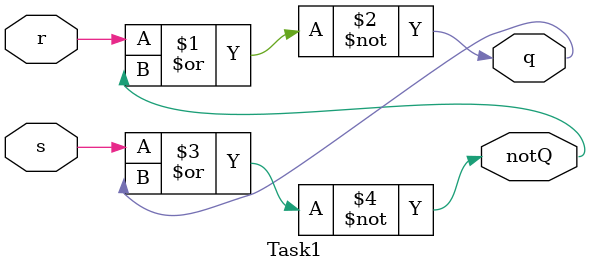
<source format=v>
`timescale 1ns / 1ps


module Task1(
    input s,
    input r,
    output q,
    output notQ
    );
    //SR Latch
    nor #4 (q, r, notQ);
    nor #4 (notQ, s, q);
    
endmodule

</source>
